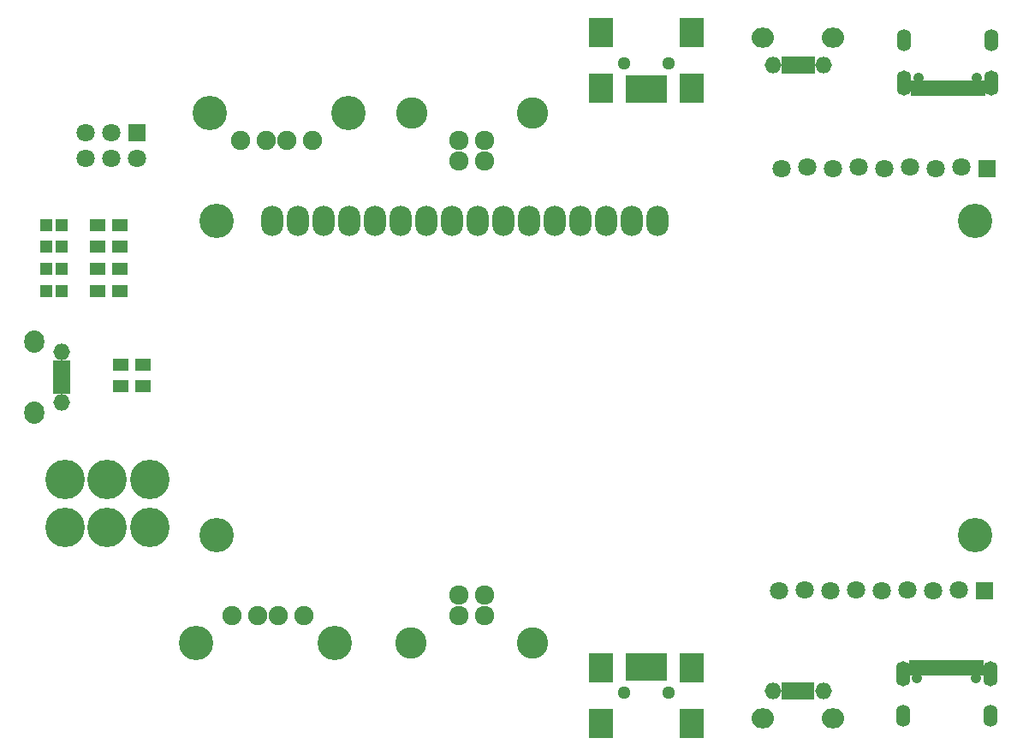
<source format=gbr>
G04 #@! TF.FileFunction,Soldermask,Top*
%FSLAX46Y46*%
G04 Gerber Fmt 4.6, Leading zero omitted, Abs format (unit mm)*
G04 Created by KiCad (PCBNEW 4.0.5+dfsg1-4) date Sun Feb 26 13:13:11 2017*
%MOMM*%
%LPD*%
G01*
G04 APERTURE LIST*
%ADD10C,0.100000*%
%ADD11O,2.200000X3.000000*%
%ADD12C,3.400000*%
%ADD13C,1.901140*%
%ADD14C,3.399740*%
%ADD15C,1.924000*%
%ADD16C,3.100020*%
%ADD17R,0.900380X2.701240*%
%ADD18R,2.398980X2.899360*%
%ADD19C,1.299160*%
%ADD20R,0.800000X1.750000*%
%ADD21O,1.650000X1.650000*%
%ADD22O,2.200000X1.950000*%
%ADD23C,3.900000*%
%ADD24O,1.400000X2.200000*%
%ADD25O,1.400000X2.500000*%
%ADD26C,1.050000*%
%ADD27R,0.700000X1.540000*%
%ADD28R,1.797000X1.797000*%
%ADD29C,1.797000*%
%ADD30R,1.750000X0.800000*%
%ADD31O,1.950000X2.200000*%
%ADD32R,1.197560X1.197560*%
%ADD33R,1.600000X1.300000*%
G04 APERTURE END LIST*
D10*
D11*
X75000000Y-70000000D03*
X77540000Y-70000000D03*
X80080000Y-70000000D03*
X82620000Y-70000000D03*
X85160000Y-70000000D03*
X87700000Y-70000000D03*
X90240000Y-70000000D03*
X92780000Y-70000000D03*
X95320000Y-70000000D03*
X97860000Y-70000000D03*
X100400000Y-70000000D03*
X102940000Y-70000000D03*
X105480000Y-70000000D03*
X108020000Y-70000000D03*
X110560000Y-70000000D03*
X113100000Y-70000000D03*
D12*
X69500900Y-70000000D03*
X69500900Y-101000700D03*
X144499480Y-101000700D03*
X144499480Y-70000000D03*
D13*
X71887140Y-62002120D03*
X74427140Y-62002120D03*
X76459140Y-62002120D03*
X78999140Y-62002120D03*
D14*
X68839140Y-59335120D03*
X82555140Y-59335120D03*
D15*
X96040000Y-64000000D03*
X93500000Y-64000000D03*
X93500000Y-62001020D03*
X96040000Y-62001020D03*
D16*
X100769480Y-59301000D03*
X88770520Y-59301000D03*
D17*
X113600200Y-56949320D03*
X112800100Y-56949320D03*
X112000000Y-56949320D03*
X111199900Y-56949320D03*
X110399800Y-56949320D03*
D18*
X116450080Y-56850260D03*
X116450080Y-51351160D03*
X107549920Y-56850260D03*
X107549920Y-51351160D03*
D19*
X114199640Y-54350900D03*
X109800360Y-54350900D03*
D20*
X128300900Y-54562540D03*
X127650900Y-54562540D03*
X127000900Y-54562540D03*
X126350900Y-54562540D03*
X125700900Y-54562540D03*
D21*
X129500900Y-54562540D03*
X124500900Y-54562540D03*
D22*
X130500900Y-51862540D03*
X123500900Y-51862540D03*
D17*
X110399800Y-114050680D03*
X111199900Y-114050680D03*
X112000000Y-114050680D03*
X112800100Y-114050680D03*
X113600200Y-114050680D03*
D18*
X107549920Y-114149740D03*
X107549920Y-119648840D03*
X116450080Y-114149740D03*
X116450080Y-119648840D03*
D19*
X109800360Y-116649100D03*
X114199640Y-116649100D03*
D20*
X125699100Y-116437460D03*
X126349100Y-116437460D03*
X126999100Y-116437460D03*
X127649100Y-116437460D03*
X128299100Y-116437460D03*
D21*
X124499100Y-116437460D03*
X129499100Y-116437460D03*
D22*
X123499100Y-119137460D03*
X130499100Y-119137460D03*
D13*
X78112860Y-108997880D03*
X75572860Y-108997880D03*
X73540860Y-108997880D03*
X71000860Y-108997880D03*
D14*
X81160860Y-111664880D03*
X67444860Y-111664880D03*
D15*
X93460000Y-107000000D03*
X96000000Y-107000000D03*
X96000000Y-108998980D03*
X93460000Y-108998980D03*
D16*
X88730520Y-111699000D03*
X100729480Y-111699000D03*
D23*
X54500000Y-95500000D03*
X54500000Y-100300000D03*
X58700000Y-95500000D03*
X58700000Y-100300000D03*
X62900000Y-95500000D03*
X62900000Y-100300000D03*
D24*
X146140000Y-52110000D03*
X137500000Y-52110000D03*
D25*
X146140000Y-56290000D03*
X137500000Y-56290000D03*
D26*
X144710000Y-55790000D03*
X138930000Y-55790000D03*
D27*
X143570000Y-56860000D03*
X143070000Y-56860000D03*
X142570000Y-56860000D03*
X142070000Y-56860000D03*
X141570000Y-56860000D03*
X141070000Y-56860000D03*
X140570000Y-56860000D03*
X140070000Y-56860000D03*
X145170000Y-56860000D03*
X144870000Y-56860000D03*
X144370000Y-56860000D03*
X144070000Y-56860000D03*
X139570000Y-56860000D03*
X139270000Y-56860000D03*
X138770000Y-56860000D03*
X138470000Y-56860000D03*
D24*
X137360000Y-118890000D03*
X146000000Y-118890000D03*
D25*
X137360000Y-114710000D03*
X146000000Y-114710000D03*
D26*
X138790000Y-115210000D03*
X144570000Y-115210000D03*
D27*
X139930000Y-114140000D03*
X140430000Y-114140000D03*
X140930000Y-114140000D03*
X141430000Y-114140000D03*
X141930000Y-114140000D03*
X142430000Y-114140000D03*
X142930000Y-114140000D03*
X143430000Y-114140000D03*
X138330000Y-114140000D03*
X138630000Y-114140000D03*
X139130000Y-114140000D03*
X139430000Y-114140000D03*
X143930000Y-114140000D03*
X144230000Y-114140000D03*
X144730000Y-114140000D03*
X145030000Y-114140000D03*
D28*
X61640000Y-61230000D03*
D29*
X61640000Y-63770000D03*
X59100000Y-61230000D03*
X59100000Y-63770000D03*
X56560000Y-61230000D03*
X56560000Y-63770000D03*
D30*
X54162540Y-84099100D03*
X54162540Y-84749100D03*
X54162540Y-85399100D03*
X54162540Y-86049100D03*
X54162540Y-86699100D03*
D21*
X54162540Y-82899100D03*
X54162540Y-87899100D03*
D31*
X51462540Y-81899100D03*
X51462540Y-88899100D03*
D32*
X52650700Y-70400000D03*
X54149300Y-70400000D03*
X52650700Y-72500000D03*
X54149300Y-72500000D03*
X54149300Y-74700000D03*
X52650700Y-74700000D03*
X54149300Y-76900000D03*
X52650700Y-76900000D03*
D29*
X140380000Y-106560960D03*
X137840000Y-106439040D03*
X135300000Y-106560960D03*
X132760000Y-106439040D03*
X130220000Y-106560960D03*
X142920000Y-106439040D03*
X127680000Y-106439040D03*
D28*
X145460000Y-106560960D03*
D29*
X125140000Y-106560960D03*
D33*
X57700000Y-70400000D03*
X59900000Y-70400000D03*
X57700000Y-72500000D03*
X59900000Y-72500000D03*
X57700000Y-74700000D03*
X59900000Y-74700000D03*
X57700000Y-76900000D03*
X59900000Y-76900000D03*
X62200000Y-86300000D03*
X60000000Y-86300000D03*
X62200000Y-84200000D03*
X60000000Y-84200000D03*
D29*
X140580000Y-64760960D03*
X138040000Y-64639040D03*
X135500000Y-64760960D03*
X132960000Y-64639040D03*
X130420000Y-64760960D03*
X143120000Y-64639040D03*
X127880000Y-64639040D03*
D28*
X145660000Y-64760960D03*
D29*
X125340000Y-64760960D03*
M02*

</source>
